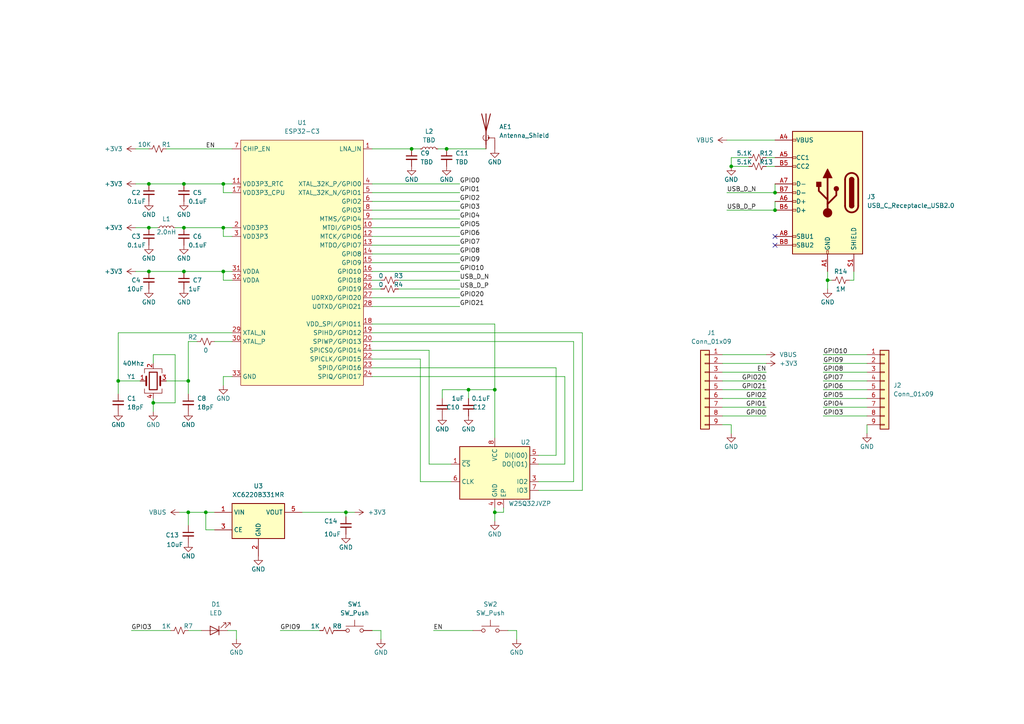
<source format=kicad_sch>
(kicad_sch (version 20231120) (generator "eeschema") (generator_version "8.0")
  (paper "A4")
  (lib_symbols
    (symbol "Connector:USB_C_Receptacle_USB2.0" (pin_names (offset 1.016))
      (property "Reference" "J" (at -10.16 19.05 0))
      (property "Value" "USB_C_Receptacle_USB2.0" (at 19.05 19.05 0))
      (symbol "USB_C_Receptacle_USB2.0_0_0"
        (rectangle (start -0.254 -17.78) (end 0.254 -16.764))
        (rectangle (start 10.16 -14.986) (end 9.144 -15.494))
        (rectangle (start 10.16 -12.446) (end 9.144 -12.954))
        (rectangle (start 10.16 -4.826) (end 9.144 -5.334))
        (rectangle (start 10.16 -2.286) (end 9.144 -2.794))
        (rectangle (start 10.16 0.254) (end 9.144 -0.254))
        (rectangle (start 10.16 2.794) (end 9.144 2.286))
        (rectangle (start 10.16 7.874) (end 9.144 7.366))
        (rectangle (start 10.16 10.414) (end 9.144 9.906))
        (rectangle (start 10.16 15.494) (end 9.144 14.986))
      )
      (symbol "USB_C_Receptacle_USB2.0_0_1"
        (rectangle (start -10.16 17.78) (end 10.16 -17.78) (stroke (width 0.254)) (fill (type background)))
        (arc (start -8.89 -3.81) (mid -6.985 -5.7066) (end -5.08 -3.81) (stroke (width 0.508)))
        (arc (start -7.62 -3.81) (mid -6.985 -4.4422) (end -6.35 -3.81) (stroke (width 0.254)))
        (arc (start -7.62 -3.81) (mid -6.985 -4.4422) (end -6.35 -3.81) (stroke (width 0.254)) (fill (type outline)))
        (rectangle (start -7.62 -3.81) (end -6.35 3.81) (stroke (width 0.254)) (fill (type outline)))
        (arc (start -6.35 3.81) (mid -6.985 4.4422) (end -7.62 3.81) (stroke (width 0.254)))
        (arc (start -6.35 3.81) (mid -6.985 4.4422) (end -7.62 3.81) (stroke (width 0.254)) (fill (type outline)))
        (arc (start -5.08 3.81) (mid -6.985 5.7066) (end -8.89 3.81) (stroke (width 0.508)))
        (circle (center -2.54 1.143) (radius 0.635) (stroke (width 0.254)) (fill (type outline)))
        (circle (center 0 -5.842) (radius 1.27) (fill (type outline)))
        (polyline (pts (xy -8.89 -3.81) (xy -8.89 3.81)) (stroke (width 0.508)))
        (polyline (pts (xy -5.08 3.81) (xy -5.08 -3.81)) (stroke (width 0.508)))
        (polyline (pts (xy 0 -5.842) (xy 0 4.318)) (stroke (width 0.508)))
        (polyline (pts (xy 0 -3.302) (xy -2.54 -0.762) (xy -2.54 0.508)) (stroke (width 0.508)))
        (polyline (pts (xy 0 -2.032) (xy 2.54 0.508) (xy 2.54 1.778)) (stroke (width 0.508)))
        (polyline (pts (xy -1.27 4.318) (xy 0 6.858) (xy 1.27 4.318) (xy -1.27 4.318)) (stroke (width 0.254)) (fill (type outline)))
        (rectangle (start 1.905 1.778) (end 3.175 3.048) (stroke (width 0.254)) (fill (type outline)))
      )
      (symbol "USB_C_Receptacle_USB2.0_1_1"
        (pin power_in line (at 0 -22.86 90) (length 5.08) (name "GND") (number "A1"))
        (pin passive line (at 0 -22.86 90) (length 5.08) hide (name "GND") (number "A12"))
        (pin power_in line (at 15.24 15.24 180) (length 5.08) (name "VBUS") (number "A4"))
        (pin bidirectional line (at 15.24 10.16 180) (length 5.08) (name "CC1") (number "A5"))
        (pin bidirectional line (at 15.24 -2.54 180) (length 5.08) (name "D+") (number "A6"))
        (pin bidirectional line (at 15.24 2.54 180) (length 5.08) (name "D-") (number "A7"))
        (pin bidirectional line (at 15.24 -12.7 180) (length 5.08) (name "SBU1") (number "A8"))
        (pin passive line (at 15.24 15.24 180) (length 5.08) hide (name "VBUS") (number "A9"))
        (pin passive line (at 0 -22.86 90) (length 5.08) hide (name "GND") (number "B1"))
        (pin passive line (at 0 -22.86 90) (length 5.08) hide (name "GND") (number "B12"))
        (pin passive line (at 15.24 15.24 180) (length 5.08) hide (name "VBUS") (number "B4"))
        (pin bidirectional line (at 15.24 7.62 180) (length 5.08) (name "CC2") (number "B5"))
        (pin bidirectional line (at 15.24 -5.08 180) (length 5.08) (name "D+") (number "B6"))
        (pin bidirectional line (at 15.24 0 180) (length 5.08) (name "D-") (number "B7"))
        (pin bidirectional line (at 15.24 -15.24 180) (length 5.08) (name "SBU2") (number "B8"))
        (pin passive line (at 15.24 15.24 180) (length 5.08) hide (name "VBUS") (number "B9"))
        (pin passive line (at -7.62 -22.86 90) (length 5.08) (name "SHIELD") (number "S1"))
      )
    )
    (symbol "Connector_Generic:Conn_01x09" (pin_names (offset 1.016) hide)
      (property "Reference" "J" (at 0 12.7 0))
      (property "Value" "Conn_01x09" (at 0 -12.7 0))
      (symbol "Conn_01x09_1_1"
        (rectangle (start -1.27 -10.033) (end 0 -10.287) (stroke (width 0.1524)))
        (rectangle (start -1.27 -7.493) (end 0 -7.747) (stroke (width 0.1524)))
        (rectangle (start -1.27 -4.953) (end 0 -5.207) (stroke (width 0.1524)))
        (rectangle (start -1.27 -2.413) (end 0 -2.667) (stroke (width 0.1524)))
        (rectangle (start -1.27 0.127) (end 0 -0.127) (stroke (width 0.1524)))
        (rectangle (start -1.27 2.667) (end 0 2.413) (stroke (width 0.1524)))
        (rectangle (start -1.27 5.207) (end 0 4.953) (stroke (width 0.1524)))
        (rectangle (start -1.27 7.747) (end 0 7.493) (stroke (width 0.1524)))
        (rectangle (start -1.27 10.287) (end 0 10.033) (stroke (width 0.1524)))
        (rectangle (start -1.27 11.43) (end 1.27 -11.43) (stroke (width 0.254)) (fill (type background)))
        (pin passive line (at -5.08 10.16 0) (length 3.81) (name "Pin_1") (number "1"))
        (pin passive line (at -5.08 7.62 0) (length 3.81) (name "Pin_2") (number "2"))
        (pin passive line (at -5.08 5.08 0) (length 3.81) (name "Pin_3") (number "3"))
        (pin passive line (at -5.08 2.54 0) (length 3.81) (name "Pin_4") (number "4"))
        (pin passive line (at -5.08 0 0) (length 3.81) (name "Pin_5") (number "5"))
        (pin passive line (at -5.08 -2.54 0) (length 3.81) (name "Pin_6") (number "6"))
        (pin passive line (at -5.08 -5.08 0) (length 3.81) (name "Pin_7") (number "7"))
        (pin passive line (at -5.08 -7.62 0) (length 3.81) (name "Pin_8") (number "8"))
        (pin passive line (at -5.08 -10.16 0) (length 3.81) (name "Pin_9") (number "9"))
      )
    )
    (symbol "Device:Antenna_Shield" (pin_numbers hide) (pin_names (offset 1.016) hide)
      (property "Reference" "AE" (at -1.905 4.445 0))
      (property "Value" "Antenna_Shield" (at -1.905 2.54 0))
      (symbol "Antenna_Shield_0_1"
        (arc (start -0.508 -1.143) (mid -0.8429 -2.1194) (end 0 -2.667))
        (arc (start 0 -2.667) (mid 0.7989 -2.1052) (end 0.508 -1.143))
        (polyline (pts (xy 0 -2.54) (xy 0 0)))
        (polyline (pts (xy 0 5.08) (xy 0 -3.81)) (stroke (width 0.254)))
        (polyline (pts (xy 0.762 -1.905) (xy 2.54 -1.905)))
        (polyline (pts (xy 2.54 -2.54) (xy 2.54 -1.905)))
        (polyline (pts (xy 1.27 5.08) (xy 0 0) (xy -1.27 5.08)) (stroke (width 0.254)))
        (circle (center 0.762 -1.905) (radius 0.1778) (fill (type outline)))
      )
      (symbol "Antenna_Shield_1_1"
        (pin input line (at 0 -5.08 90) (length 2.54) (name "A") (number "1"))
        (pin input line (at 2.54 -5.08 90) (length 2.54) (name "Shield") (number "2"))
      )
    )
    (symbol "Device:C_Small" (pin_numbers hide) (pin_names (offset 0.254) hide)
      (property "Reference" "C" (at 0.254 1.778 0))
      (property "Value" "C_Small" (at 0.254 -2.032 0))
      (symbol "C_Small_0_1"
        (polyline (pts (xy -1.524 -0.508) (xy 1.524 -0.508)) (stroke (width 0.3302)))
        (polyline (pts (xy -1.524 0.508) (xy 1.524 0.508)) (stroke (width 0.3048)))
      )
      (symbol "C_Small_1_1"
        (pin passive line (at 0 2.54 270) (length 2.032) (name "~") (number "1"))
        (pin passive line (at 0 -2.54 90) (length 2.032) (name "~") (number "2"))
      )
    )
    (symbol "Device:Crystal_GND24" (pin_names (offset 1.016) hide)
      (property "Reference" "Y" (at 3.175 5.08 0))
      (property "Value" "Crystal_GND24" (at 3.175 3.175 0))
      (symbol "Crystal_GND24_0_1"
        (rectangle (start -1.143 2.54) (end 1.143 -2.54) (stroke (width 0.3048)))
        (polyline (pts (xy -2.54 0) (xy -2.032 0)))
        (polyline (pts (xy -2.032 -1.27) (xy -2.032 1.27)) (stroke (width 0.508)))
        (polyline (pts (xy 0 -3.81) (xy 0 -3.556)))
        (polyline (pts (xy 0 3.556) (xy 0 3.81)))
        (polyline (pts (xy 2.032 -1.27) (xy 2.032 1.27)) (stroke (width 0.508)))
        (polyline (pts (xy 2.032 0) (xy 2.54 0)))
        (polyline (pts (xy -2.54 -2.286) (xy -2.54 -3.556) (xy 2.54 -3.556) (xy 2.54 -2.286)))
        (polyline (pts (xy -2.54 2.286) (xy -2.54 3.556) (xy 2.54 3.556) (xy 2.54 2.286)))
      )
      (symbol "Crystal_GND24_1_1"
        (pin passive line (at -3.81 0 0) (length 1.27) (name "1") (number "1"))
        (pin passive line (at 0 5.08 270) (length 1.27) (name "2") (number "2"))
        (pin passive line (at 3.81 0 180) (length 1.27) (name "3") (number "3"))
        (pin passive line (at 0 -5.08 90) (length 1.27) (name "4") (number "4"))
      )
    )
    (symbol "Device:LED" (pin_numbers hide) (pin_names (offset 1.016) hide)
      (property "Reference" "D" (at 0 2.54 0))
      (property "Value" "LED" (at 0 -2.54 0))
      (symbol "LED_0_1"
        (polyline (pts (xy -1.27 -1.27) (xy -1.27 1.27)) (stroke (width 0.2032)))
        (polyline (pts (xy -1.27 0) (xy 1.27 0)))
        (polyline (pts (xy 1.27 -1.27) (xy 1.27 1.27) (xy -1.27 0) (xy 1.27 -1.27)) (stroke (width 0.2032)))
        (polyline (pts (xy -3.048 -0.762) (xy -4.572 -2.286) (xy -3.81 -2.286) (xy -4.572 -2.286) (xy -4.572 -1.524)))
        (polyline (pts (xy -1.778 -0.762) (xy -3.302 -2.286) (xy -2.54 -2.286) (xy -3.302 -2.286) (xy -3.302 -1.524)))
      )
      (symbol "LED_1_1"
        (pin passive line (at -3.81 0 0) (length 2.54) (name "K") (number "1"))
        (pin passive line (at 3.81 0 180) (length 2.54) (name "A") (number "2"))
      )
    )
    (symbol "Device:L_Small" (pin_numbers hide) (pin_names (offset 0.254) hide)
      (property "Reference" "L" (at 0.762 1.016 0))
      (property "Value" "L_Small" (at 0.762 -1.016 0))
      (symbol "L_Small_0_1"
        (arc (start 0 -2.032) (mid 0.5058 -1.524) (end 0 -1.016))
        (arc (start 0 -1.016) (mid 0.5058 -0.508) (end 0 0))
        (arc (start 0 0) (mid 0.5058 0.508) (end 0 1.016))
        (arc (start 0 1.016) (mid 0.5058 1.524) (end 0 2.032))
      )
      (symbol "L_Small_1_1"
        (pin passive line (at 0 2.54 270) (length 0.508) (name "~") (number "1"))
        (pin passive line (at 0 -2.54 90) (length 0.508) (name "~") (number "2"))
      )
    )
    (symbol "Device:R_Small_US" (pin_numbers hide) (pin_names (offset 0.254) hide)
      (property "Reference" "R" (at 0.762 0.508 0))
      (property "Value" "R_Small_US" (at 0.762 -1.016 0))
      (symbol "R_Small_US_1_1"
        (polyline (pts (xy 0 0) (xy 1.016 -0.381) (xy 0 -0.762) (xy -1.016 -1.143) (xy 0 -1.524)))
        (polyline (pts (xy 0 1.524) (xy 1.016 1.143) (xy 0 0.762) (xy -1.016 0.381) (xy 0 0)))
        (pin passive line (at 0 2.54 270) (length 1.016) (name "~") (number "1"))
        (pin passive line (at 0 -2.54 90) (length 1.016) (name "~") (number "2"))
      )
    )
    (symbol "Memory_Flash:W25Q32JVZP"
      (property "Reference" "U" (at -8.89 8.89 0))
      (property "Value" "W25Q32JVZP" (at 7.62 8.89 0))
      (symbol "W25Q32JVZP_0_1"
        (rectangle (start -10.16 7.62) (end 10.16 -7.62) (stroke (width 0.254)) (fill (type background)))
      )
      (symbol "W25Q32JVZP_1_1"
        (pin input line (at -12.7 2.54 0) (length 2.54) (name "~{CS}") (number "1"))
        (pin bidirectional line (at 12.7 2.54 180) (length 2.54) (name "DO(IO1)") (number "2"))
        (pin bidirectional line (at 12.7 -2.54 180) (length 2.54) (name "IO2") (number "3"))
        (pin power_in line (at 0 -10.16 90) (length 2.54) (name "GND") (number "4"))
        (pin bidirectional line (at 12.7 5.08 180) (length 2.54) (name "DI(IO0)") (number "5"))
        (pin input line (at -12.7 -2.54 0) (length 2.54) (name "CLK") (number "6"))
        (pin bidirectional line (at 12.7 -5.08 180) (length 2.54) (name "IO3") (number "7"))
        (pin power_in line (at 0 10.16 270) (length 2.54) (name "VCC") (number "8"))
        (pin passive line (at 2.54 -10.16 90) (length 2.54) (name "EP") (number "9"))
      )
    )
    (symbol "Regulator_Linear:XC6220B331MR"
      (property "Reference" "U" (at 0 8.89 0))
      (property "Value" "XC6220B331MR" (at 0 6.35 0))
      (symbol "XC6220B331MR_0_1"
        (rectangle (start -7.62 5.08) (end 7.62 -5.08) (stroke (width 0.254)) (fill (type background)))
      )
      (symbol "XC6220B331MR_1_1"
        (pin power_in line (at -12.7 2.54 0) (length 5.08) (name "VIN") (number "1"))
        (pin power_in line (at 0 -10.16 90) (length 5.08) (name "GND") (number "2"))
        (pin input line (at -12.7 -2.54 0) (length 5.08) (name "CE") (number "3"))
        (pin no_connect line (at 7.62 -2.54 180) (length 5.08) hide (name "NC") (number "4"))
        (pin power_out line (at 12.7 2.54 180) (length 5.08) (name "VOUT") (number "5"))
      )
    )
    (symbol "Switch:SW_Push" (pin_numbers hide) (pin_names (offset 1.016) hide)
      (property "Reference" "SW" (at 1.27 2.54 0))
      (property "Value" "SW_Push" (at 0 -1.524 0))
      (symbol "SW_Push_0_1"
        (circle (center -2.032 0) (radius 0.508))
        (polyline (pts (xy 0 1.27) (xy 0 3.048)))
        (polyline (pts (xy 2.54 1.27) (xy -2.54 1.27)))
        (circle (center 2.032 0) (radius 0.508))
        (pin passive line (at -5.08 0 0) (length 2.54) (name "1") (number "1"))
        (pin passive line (at 5.08 0 180) (length 2.54) (name "2") (number "2"))
      )
    )
    (symbol "lofive-unchained:ESP32-C3"
      (property "Reference" "U" (at 0 38.1 0))
      (property "Value" "ESP32-C3" (at 0 -38.1 0))
      (symbol "ESP32-C3_0_1"
        (rectangle (start -17.78 35.56) (end 17.78 -35.56) (stroke (width 0.1524)) (fill (type background)))
      )
      (symbol "ESP32-C3_1_1"
        (pin passive line (at 20.32 33.02 180) (length 2.54) (name "LNA_IN") (number "1"))
        (pin passive line (at 20.32 10.16 180) (length 2.54) (name "MTDI/GPIO5") (number "10"))
        (pin passive line (at -20.32 22.86 0) (length 2.54) (name "VDD3P3_RTC") (number "11"))
        (pin passive line (at 20.32 7.62 180) (length 2.54) (name "MTCK/GPIO6") (number "12"))
        (pin passive line (at 20.32 5.08 180) (length 2.54) (name "MTDO/GPIO7") (number "13"))
        (pin passive line (at 20.32 2.54 180) (length 2.54) (name "GPIO8") (number "14"))
        (pin passive line (at 20.32 0 180) (length 2.54) (name "GPIO9") (number "15"))
        (pin passive line (at 20.32 -2.54 180) (length 2.54) (name "GPIO10") (number "16"))
        (pin passive line (at -20.32 20.32 0) (length 2.54) (name "VDD3P3_CPU") (number "17"))
        (pin passive line (at 20.32 -17.78 180) (length 2.54) (name "VDD_SPI/GPIO11") (number "18"))
        (pin passive line (at 20.32 -20.32 180) (length 2.54) (name "SPIHD/GPIO12") (number "19"))
        (pin power_in line (at -20.32 10.16 0) (length 2.54) (name "VDD3P3") (number "2"))
        (pin passive line (at 20.32 -22.86 180) (length 2.54) (name "SPIWP/GPIO13") (number "20"))
        (pin passive line (at 20.32 -25.4 180) (length 2.54) (name "SPICS0/GPIO14") (number "21"))
        (pin passive line (at 20.32 -27.94 180) (length 2.54) (name "SPICLK/GPIO15") (number "22"))
        (pin passive line (at 20.32 -30.48 180) (length 2.54) (name "SPID/GPIO16") (number "23"))
        (pin passive line (at 20.32 -33.02 180) (length 2.54) (name "SPIQ/GPIO17") (number "24"))
        (pin passive line (at 20.32 -5.08 180) (length 2.54) (name "GPIO18") (number "25"))
        (pin passive line (at 20.32 -7.62 180) (length 2.54) (name "GPIO19") (number "26"))
        (pin passive line (at 20.32 -10.16 180) (length 2.54) (name "U0RXD/GPIO20") (number "27"))
        (pin passive line (at 20.32 -12.7 180) (length 2.54) (name "U0TXD/GPIO21") (number "28"))
        (pin passive line (at -20.32 -20.32 0) (length 2.54) (name "XTAL_N") (number "29"))
        (pin power_in line (at -20.32 7.62 0) (length 2.54) (name "VDD3P3") (number "3"))
        (pin passive line (at -20.32 -22.86 0) (length 2.54) (name "XTAL_P") (number "30"))
        (pin passive line (at -20.32 -2.54 0) (length 2.54) (name "VDDA") (number "31"))
        (pin passive line (at -20.32 -5.08 0) (length 2.54) (name "VDDA") (number "32"))
        (pin passive line (at -20.32 -33.02 0) (length 2.54) (name "GND") (number "33"))
        (pin passive line (at 20.32 22.86 180) (length 2.54) (name "XTAL_32K_P/GPIO0") (number "4"))
        (pin passive line (at 20.32 20.32 180) (length 2.54) (name "XTAL_32K_N/GPIO1") (number "5"))
        (pin passive line (at 20.32 17.78 180) (length 2.54) (name "GPIO2") (number "6"))
        (pin passive line (at -20.32 33.02 0) (length 2.54) (name "CHIP_EN") (number "7"))
        (pin passive line (at 20.32 15.24 180) (length 2.54) (name "GPIO3") (number "8"))
        (pin passive line (at 20.32 12.7 180) (length 2.54) (name "MTMS/GPIO4") (number "9"))
      )
    )
    (symbol "power:+3.3V" (power) (pin_names (offset 0))
      (property "Value" "+3.3V" (at 0 3.556 0))
      (symbol "+3.3V_0_1"
        (polyline (pts (xy -0.762 1.27) (xy 0 2.54)))
        (polyline (pts (xy 0 0) (xy 0 2.54)))
        (polyline (pts (xy 0 2.54) (xy 0.762 1.27)))
      )
      (symbol "+3.3V_1_1"
        (pin power_in line (at 0 0 90) (length 0) hide (name "+3V3") (number "1"))
      )
    )
    (symbol "power:GND" (power) (pin_names (offset 0))
      (property "Value" "GND" (at 0 -3.81 0))
      (symbol "GND_0_1"
        (polyline (pts (xy 0 0) (xy 0 -1.27) (xy 1.27 -1.27) (xy 0 -2.54) (xy -1.27 -1.27) (xy 0 -1.27)))
      )
      (symbol "GND_1_1"
        (pin power_in line (at 0 0 270) (length 0) hide (name "GND") (number "1"))
      )
    )
    (symbol "power:VBUS" (power) (pin_names (offset 0))
      (property "Value" "VBUS" (at 0 3.81 0))
      (symbol "VBUS_0_1"
        (polyline (pts (xy -0.762 1.27) (xy 0 2.54)))
        (polyline (pts (xy 0 0) (xy 0 2.54)))
        (polyline (pts (xy 0 2.54) (xy 0.762 1.27)))
      )
      (symbol "VBUS_1_1"
        (pin power_in line (at 0 0 90) (length 0) hide (name "VBUS") (number "1"))
      )
    )
  )
  (junction (at 43.18 53.34))
  (junction (at 64.77 66.04))
  (junction (at 119.38 43.18))
  (junction (at 43.18 66.04))
  (junction (at 224.79 60.96))
  (junction (at 59.69 148.59))
  (junction (at 54.61 110.49))
  (junction (at 64.77 78.74))
  (junction (at 143.51 113.03))
  (junction (at 64.77 53.34))
  (junction (at 54.61 148.59))
  (junction (at 100.33 148.59))
  (junction (at 43.18 78.74))
  (junction (at 53.34 53.34))
  (junction (at 44.45 116.84))
  (junction (at 129.54 43.18))
  (junction (at 34.29 110.49))
  (junction (at 240.03 81.28))
  (junction (at 224.79 55.88))
  (junction (at 53.34 66.04))
  (junction (at 212.09 48.26))
  (junction (at 143.51 148.59))
  (junction (at 135.89 113.03))
  (junction (at 53.34 78.74))
  (no_connect (at 224.79 68.58))
  (no_connect (at 224.79 71.12))
  (wire (pts (xy 43.18 53.34) (xy 53.34 53.34)))
  (wire (pts (xy 210.82 55.88) (xy 224.79 55.88)))
  (wire (pts (xy 34.29 110.49) (xy 40.64 110.49)))
  (wire (pts (xy 59.69 153.67) (xy 62.23 153.67)))
  (wire (pts (xy 127 43.18) (xy 129.54 43.18)))
  (wire (pts (xy 133.35 55.88) (xy 107.95 55.88)))
  (wire (pts (xy 133.35 73.66) (xy 107.95 73.66)))
  (wire (pts (xy 212.09 48.26) (xy 212.09 45.72)))
  (wire (pts (xy 217.17 48.26) (xy 212.09 48.26)))
  (wire (pts (xy 224.79 58.42) (xy 224.79 60.96)))
  (wire (pts (xy 66.04 182.88) (xy 68.58 182.88)))
  (wire (pts (xy 68.58 182.88) (xy 68.58 185.42)))
  (wire (pts (xy 52.07 148.59) (xy 54.61 148.59)))
  (wire (pts (xy 54.61 148.59) (xy 59.69 148.59)))
  (wire (pts (xy 59.69 148.59) (xy 62.23 148.59)))
  (wire (pts (xy 129.54 43.18) (xy 140.97 43.18)))
  (wire (pts (xy 166.37 99.06) (xy 166.37 139.7)))
  (wire (pts (xy 133.35 63.5) (xy 107.95 63.5)))
  (wire (pts (xy 222.25 115.57) (xy 209.55 115.57)))
  (wire (pts (xy 224.79 53.34) (xy 224.79 55.88)))
  (wire (pts (xy 238.76 105.41) (xy 251.46 105.41)))
  (wire (pts (xy 67.31 81.28) (xy 64.77 81.28)))
  (wire (pts (xy 48.26 43.18) (xy 67.31 43.18)))
  (wire (pts (xy 81.28 182.88) (xy 92.71 182.88)))
  (wire (pts (xy 133.35 53.34) (xy 107.95 53.34)))
  (wire (pts (xy 121.92 104.14) (xy 121.92 139.7)))
  (wire (pts (xy 121.92 139.7) (xy 130.81 139.7)))
  (wire (pts (xy 107.95 43.18) (xy 119.38 43.18)))
  (wire (pts (xy 168.91 142.24) (xy 156.21 142.24)))
  (wire (pts (xy 133.35 58.42) (xy 107.95 58.42)))
  (wire (pts (xy 48.26 110.49) (xy 54.61 110.49)))
  (wire (pts (xy 54.61 99.06) (xy 54.61 110.49)))
  (wire (pts (xy 53.34 53.34) (xy 64.77 53.34)))
  (wire (pts (xy 64.77 53.34) (xy 67.31 53.34)))
  (wire (pts (xy 64.77 55.88) (xy 64.77 53.34)))
  (wire (pts (xy 67.31 55.88) (xy 64.77 55.88)))
  (wire (pts (xy 125.73 182.88) (xy 137.16 182.88)))
  (wire (pts (xy 43.18 78.74) (xy 53.34 78.74)))
  (wire (pts (xy 107.95 93.98) (xy 143.51 93.98)))
  (wire (pts (xy 64.77 109.22) (xy 64.77 111.76)))
  (wire (pts (xy 67.31 109.22) (xy 64.77 109.22)))
  (wire (pts (xy 107.95 99.06) (xy 166.37 99.06)))
  (wire (pts (xy 212.09 123.19) (xy 212.09 125.73)))
  (wire (pts (xy 110.49 81.28) (xy 107.95 81.28)))
  (wire (pts (xy 133.35 81.28) (xy 115.57 81.28)))
  (wire (pts (xy 107.95 109.22) (xy 163.83 109.22)))
  (wire (pts (xy 163.83 134.62) (xy 156.21 134.62)))
  (wire (pts (xy 210.82 60.96) (xy 224.79 60.96)))
  (wire (pts (xy 149.86 182.88) (xy 149.86 185.42)))
  (wire (pts (xy 133.35 78.74) (xy 107.95 78.74)))
  (wire (pts (xy 39.37 53.34) (xy 43.18 53.34)))
  (wire (pts (xy 64.77 81.28) (xy 64.77 78.74)))
  (wire (pts (xy 38.1 182.88) (xy 49.53 182.88)))
  (wire (pts (xy 222.25 45.72) (xy 224.79 45.72)))
  (wire (pts (xy 54.61 99.06) (xy 57.15 99.06)))
  (wire (pts (xy 62.23 99.06) (xy 67.31 99.06)))
  (wire (pts (xy 133.35 71.12) (xy 107.95 71.12)))
  (wire (pts (xy 34.29 110.49) (xy 34.29 114.3)))
  (wire (pts (xy 64.77 78.74) (xy 67.31 78.74)))
  (wire (pts (xy 163.83 109.22) (xy 163.83 134.62)))
  (wire (pts (xy 124.46 101.6) (xy 124.46 134.62)))
  (wire (pts (xy 124.46 134.62) (xy 130.81 134.62)))
  (wire (pts (xy 238.76 107.95) (xy 251.46 107.95)))
  (wire (pts (xy 107.95 96.52) (xy 168.91 96.52)))
  (wire (pts (xy 133.35 86.36) (xy 107.95 86.36)))
  (wire (pts (xy 240.03 81.28) (xy 241.3 81.28)))
  (wire (pts (xy 44.45 102.87) (xy 44.45 105.41)))
  (wire (pts (xy 238.76 110.49) (xy 251.46 110.49)))
  (wire (pts (xy 133.35 68.58) (xy 107.95 68.58)))
  (wire (pts (xy 222.25 110.49) (xy 209.55 110.49)))
  (wire (pts (xy 64.77 68.58) (xy 64.77 66.04)))
  (wire (pts (xy 34.29 96.52) (xy 34.29 110.49)))
  (wire (pts (xy 67.31 96.52) (xy 34.29 96.52)))
  (wire (pts (xy 100.33 148.59) (xy 102.87 148.59)))
  (wire (pts (xy 39.37 66.04) (xy 43.18 66.04)))
  (wire (pts (xy 39.37 78.74) (xy 43.18 78.74)))
  (wire (pts (xy 54.61 110.49) (xy 54.61 114.3)))
  (wire (pts (xy 43.18 66.04) (xy 45.72 66.04)))
  (wire (pts (xy 50.8 66.04) (xy 53.34 66.04)))
  (wire (pts (xy 209.55 123.19) (xy 212.09 123.19)))
  (wire (pts (xy 110.49 83.82) (xy 107.95 83.82)))
  (wire (pts (xy 133.35 83.82) (xy 115.57 83.82)))
  (wire (pts (xy 222.25 48.26) (xy 224.79 48.26)))
  (wire (pts (xy 107.95 182.88) (xy 110.49 182.88)))
  (wire (pts (xy 143.51 147.32) (xy 143.51 148.59)))
  (wire (pts (xy 143.51 148.59) (xy 143.51 151.13)))
  (wire (pts (xy 222.25 113.03) (xy 209.55 113.03)))
  (wire (pts (xy 251.46 120.65) (xy 238.76 120.65)))
  (wire (pts (xy 251.46 123.19) (xy 251.46 125.73)))
  (wire (pts (xy 133.35 88.9) (xy 107.95 88.9)))
  (wire (pts (xy 156.21 139.7) (xy 166.37 139.7)))
  (wire (pts (xy 143.51 93.98) (xy 143.51 113.03)))
  (wire (pts (xy 143.51 113.03) (xy 143.51 127)))
  (wire (pts (xy 133.35 60.96) (xy 107.95 60.96)))
  (wire (pts (xy 238.76 102.87) (xy 251.46 102.87)))
  (wire (pts (xy 238.76 115.57) (xy 251.46 115.57)))
  (wire (pts (xy 222.25 105.41) (xy 209.55 105.41)))
  (wire (pts (xy 222.25 118.11) (xy 209.55 118.11)))
  (wire (pts (xy 107.95 101.6) (xy 124.46 101.6)))
  (wire (pts (xy 64.77 66.04) (xy 67.31 66.04)))
  (wire (pts (xy 143.51 148.59) (xy 146.05 148.59)))
  (wire (pts (xy 146.05 148.59) (xy 146.05 147.32)))
  (wire (pts (xy 246.38 81.28) (xy 247.65 81.28)))
  (wire (pts (xy 247.65 81.28) (xy 247.65 78.74)))
  (wire (pts (xy 238.76 113.03) (xy 251.46 113.03)))
  (wire (pts (xy 119.38 43.18) (xy 121.92 43.18)))
  (wire (pts (xy 135.89 113.03) (xy 135.89 115.57)))
  (wire (pts (xy 53.34 78.74) (xy 64.77 78.74)))
  (wire (pts (xy 133.35 76.2) (xy 107.95 76.2)))
  (wire (pts (xy 39.37 43.18) (xy 43.18 43.18)))
  (wire (pts (xy 222.25 102.87) (xy 209.55 102.87)))
  (wire (pts (xy 67.31 68.58) (xy 64.77 68.58)))
  (wire (pts (xy 238.76 118.11) (xy 251.46 118.11)))
  (wire (pts (xy 240.03 78.74) (xy 240.03 81.28)))
  (wire (pts (xy 240.03 81.28) (xy 240.03 83.82)))
  (wire (pts (xy 107.95 106.68) (xy 161.29 106.68)))
  (wire (pts (xy 156.21 132.08) (xy 161.29 132.08)))
  (wire (pts (xy 161.29 132.08) (xy 161.29 106.68)))
  (wire (pts (xy 53.34 66.04) (xy 64.77 66.04)))
  (wire (pts (xy 110.49 182.88) (xy 110.49 185.42)))
  (wire (pts (xy 133.35 66.04) (xy 107.95 66.04)))
  (wire (pts (xy 107.95 104.14) (xy 121.92 104.14)))
  (wire (pts (xy 87.63 148.59) (xy 100.33 148.59)))
  (wire (pts (xy 100.33 149.86) (xy 100.33 148.59)))
  (wire (pts (xy 44.45 116.84) (xy 44.45 115.57)))
  (wire (pts (xy 44.45 119.38) (xy 44.45 116.84)))
  (wire (pts (xy 147.32 182.88) (xy 149.86 182.88)))
  (wire (pts (xy 54.61 182.88) (xy 58.42 182.88)))
  (wire (pts (xy 212.09 45.72) (xy 217.17 45.72)))
  (wire (pts (xy 44.45 102.87) (xy 50.8 102.87)))
  (wire (pts (xy 50.8 102.87) (xy 50.8 116.84)))
  (wire (pts (xy 50.8 116.84) (xy 44.45 116.84)))
  (wire (pts (xy 128.27 113.03) (xy 135.89 113.03)))
  (wire (pts (xy 128.27 115.57) (xy 128.27 113.03)))
  (wire (pts (xy 135.89 113.03) (xy 143.51 113.03)))
  (wire (pts (xy 59.69 148.59) (xy 59.69 153.67)))
  (wire (pts (xy 210.82 40.64) (xy 224.79 40.64)))
  (wire (pts (xy 168.91 96.52) (xy 168.91 142.24)))
  (wire (pts (xy 222.25 107.95) (xy 209.55 107.95)))
  (wire (pts (xy 54.61 148.59) (xy 54.61 152.4)))
  (wire (pts (xy 222.25 120.65) (xy 209.55 120.65)))
  (label "GPIO8" (at 238.76 107.95 0))
  (label "GPIO3" (at 38.1 182.88 0))
  (label "GPIO8" (at 133.35 73.66 0))
  (label "GPIO2" (at 133.35 58.42 0))
  (label "GPIO3" (at 133.35 60.96 0))
  (label "GPIO10" (at 238.76 102.87 0))
  (label "EN" (at 125.73 182.88 0))
  (label "GPIO1" (at 222.25 118.11 180))
  (label "GPIO1" (at 133.35 55.88 0))
  (label "GPIO21" (at 133.35 88.9 0))
  (label "GPIO4" (at 238.76 118.11 0))
  (label "GPIO21" (at 222.25 113.03 180))
  (label "GPIO6" (at 133.35 68.58 0))
  (label "USB_D_P" (at 210.82 60.96 0))
  (label "GPIO9" (at 133.35 76.2 0))
  (label "GPIO0" (at 222.25 120.65 180))
  (label "GPIO9" (at 81.28 182.88 0))
  (label "GPIO20" (at 222.25 110.49 180))
  (label "GPIO2" (at 222.25 115.57 180))
  (label "GPIO3" (at 238.76 120.65 0))
  (label "GPIO20" (at 133.35 86.36 0))
  (label "EN" (at 222.25 107.95 180))
  (label "GPIO9" (at 238.76 105.41 0))
  (label "GPIO4" (at 133.35 63.5 0))
  (label "GPIO5" (at 238.76 115.57 0))
  (label "GPIO6" (at 238.76 113.03 0))
  (label "USB_D_P" (at 133.35 83.82 0))
  (label "USB_D_N" (at 133.35 81.28 0))
  (label "GPIO10" (at 133.35 78.74 0))
  (label "USB_D_N" (at 210.82 55.88 0))
  (label "GPIO7" (at 238.76 110.49 0))
  (label "EN" (at 59.69 43.18 0))
  (label "GPIO7" (at 133.35 71.12 0))
  (label "GPIO5" (at 133.35 66.04 0))
  (label "GPIO0" (at 133.35 53.34 0))
  (symbol (lib_id "power:GND") (at 53.34 71.12 0) (unit 1)
    (property "Reference" "#PWR0110" (effects (hide yes)))
    (property "Value" "GND" (at 53.34 74.93 0))
  )
  (symbol (lib_id "Switch:SW_Push") (at 102.87 182.88 0) (unit 1)
    (property "Reference" "SW1" (at 102.87 175.26 0))
    (property "Value" "SW_Push" (at 102.87 177.8 0))
    (property "Footprint" "Button_Switch_SMD:SW_Push_1P1T_NO_CK_KMR2" (effects (hide yes)))
  )
  (symbol (lib_id "power:+3.3V") (at 39.37 43.18 90) (unit 1)
    (property "Reference" "#PWR0113" (effects (hide yes)))
    (property "Value" "+3V3" (at 35.56 43.1799 90) (effects (justify left)))
  )
  (symbol (lib_id "Device:C_Small") (at 100.33 152.4 0) (unit 1)
    (property "Reference" "C14" (at 93.98 151.1299 0) (effects (justify left)))
    (property "Value" "10uF" (at 93.98 154.9399 0) (effects (justify left)))
    (property "Footprint" "Capacitor_SMD:C_0603_1608Metric" (effects (hide yes)))
  )
  (symbol (lib_id "Connector_Generic:Conn_01x09") (at 204.47 113.03 0) (mirror y) (unit 1)
    (property "Reference" "J1" (at 206.3115 96.52 0))
    (property "Value" "Conn_01x09" (at 206.3115 99.06 0))
    (property "Footprint" "Connector_PinHeader_2.54mm:PinHeader_1x09_P2.54mm_Vertical" (effects (hide yes)))
  )
  (symbol (lib_id "power:GND") (at 100.33 154.94 0) (unit 1)
    (property "Reference" "#PWR05" (effects (hide yes)))
    (property "Value" "GND" (at 100.33 158.75 0))
  )
  (symbol (lib_id "power:GND") (at 119.38 48.26 0) (unit 1)
    (property "Reference" "#PWR0118" (effects (hide yes)))
    (property "Value" "GND" (at 119.38 52.07 0))
  )
  (symbol (lib_id "power:GND") (at 128.27 120.65 0) (unit 1)
    (property "Reference" "#PWR0114" (effects (hide yes)))
    (property "Value" "GND" (at 128.27 124.46 0))
  )
  (symbol (lib_id "Device:LED") (at 62.23 182.88 180) (unit 1)
    (property "Reference" "D1" (at 62.611 175.26 0))
    (property "Value" "LED" (at 62.611 177.8 0))
    (property "Footprint" "LED_SMD:LED_0603_1608Metric" (effects (hide yes)))
  )
  (symbol (lib_id "Device:R_Small_US") (at 113.03 81.28 90) (unit 1)
    (property "Reference" "R3" (at 115.57 80.01 90))
    (property "Value" "0" (at 110.49 80.01 90))
    (property "Footprint" "Resistor_SMD:R_0402_1005Metric" (effects (hide yes)))
  )
  (symbol (lib_id "power:GND") (at 110.49 185.42 0) (mirror y) (unit 1)
    (property "Reference" "#PWR0129" (effects (hide yes)))
    (property "Value" "GND" (at 110.49 189.23 0))
  )
  (symbol (lib_id "power:GND") (at 143.51 43.18 0) (unit 1)
    (property "Reference" "#PWR0127" (effects (hide yes)))
    (property "Value" "GND" (at 143.51 46.99 0))
  )
  (symbol (lib_id "Device:R_Small_US") (at 95.25 182.88 90) (unit 1)
    (property "Reference" "R8" (at 97.79 181.61 90))
    (property "Value" "1K" (at 91.44 181.61 90))
    (property "Footprint" "Resistor_SMD:R_0402_1005Metric" (effects (hide yes)))
  )
  (symbol (lib_id "power:GND") (at 212.09 48.26 0) (unit 1)
    (property "Reference" "#PWR0126" (effects (hide yes)))
    (property "Value" "GND" (at 212.09 52.07 0))
  )
  (symbol (lib_id "Device:C_Small") (at 54.61 154.94 0) (unit 1)
    (property "Reference" "C13" (at 48.006 155.194 0) (effects (justify left)))
    (property "Value" "10uF" (at 48.26 157.988 0) (effects (justify left)))
    (property "Footprint" "Capacitor_SMD:C_0603_1608Metric" (effects (hide yes)))
  )
  (symbol (lib_id "power:GND") (at 149.86 185.42 0) (mirror y) (unit 1)
    (property "Reference" "#PWR0131" (effects (hide yes)))
    (property "Value" "GND" (at 149.86 189.23 0))
  )
  (symbol (lib_id "power:GND") (at 129.54 48.26 0) (unit 1)
    (property "Reference" "#PWR0119" (effects (hide yes)))
    (property "Value" "GND" (at 129.54 52.07 0))
  )
  (symbol (lib_id "Device:C_Small") (at 53.34 55.88 0) (unit 1)
    (property "Reference" "C5" (at 55.88 55.8799 0) (effects (justify left)))
    (property "Value" "0.1uF" (at 54.61 58.4199 0) (effects (justify left)))
    (property "Footprint" "Capacitor_SMD:C_0402_1005Metric" (effects (hide yes)))
  )
  (symbol (lib_id "power:+3.3V") (at 39.37 53.34 90) (unit 1)
    (property "Reference" "#PWR0112" (effects (hide yes)))
    (property "Value" "+3V3" (at 35.56 53.3399 90) (effects (justify left)))
  )
  (symbol (lib_id "power:GND") (at 135.89 120.65 0) (unit 1)
    (property "Reference" "#PWR0116" (effects (hide yes)))
    (property "Value" "GND" (at 135.89 124.46 0))
  )
  (symbol (lib_id "Device:C_Small") (at 43.18 68.58 0) (unit 1)
    (property "Reference" "C3" (at 38.1 68.5799 0) (effects (justify left)))
    (property "Value" "0.1uF" (at 36.83 71.1199 0) (effects (justify left)))
    (property "Footprint" "Capacitor_SMD:C_0402_1005Metric" (effects (hide yes)))
  )
  (symbol (lib_id "power:GND") (at 64.77 111.76 0) (unit 1)
    (property "Reference" "#PWR0103" (effects (hide yes)))
    (property "Value" "GND" (at 64.77 115.57 0))
  )
  (symbol (lib_id "power:+3.3V") (at 102.87 148.59 270) (unit 1)
    (property "Reference" "#PWR0128" (effects (hide yes)))
    (property "Value" "+3V3" (at 106.68 148.5899 90) (effects (justify left)))
  )
  (symbol (lib_id "power:+3.3V") (at 39.37 78.74 90) (unit 1)
    (property "Reference" "#PWR0107" (effects (hide yes)))
    (property "Value" "+3V3" (at 35.56 78.7399 90) (effects (justify left)))
  )
  (symbol (lib_id "power:VBUS") (at 222.25 102.87 270) (mirror x) (unit 1)
    (property "Reference" "#PWR0120" (effects (hide yes)))
    (property "Value" "VBUS" (at 226.06 102.8699 90) (effects (justify left)))
  )
  (symbol (lib_id "Device:Antenna_Shield") (at 140.97 38.1 0) (unit 1)
    (property "Reference" "AE1" (at 144.78 36.7664 0) (effects (justify left)))
    (property "Value" "Antenna_Shield" (at 144.78 39.3064 0) (effects (justify left)))
    (property "Footprint" "RF_Antenna:Texas_SWRA117D_2.4GHz_Left" (effects (hide yes)))
  )
  (symbol (lib_id "Device:C_Small") (at 128.27 118.11 180) (unit 1)
    (property "Reference" "C10" (at 133.35 118.1101 0) (effects (justify left)))
    (property "Value" "1uF" (at 134.62 115.5701 0) (effects (justify left)))
    (property "Footprint" "Capacitor_SMD:C_0402_1005Metric" (effects (hide yes)))
  )
  (symbol (lib_id "power:GND") (at 34.29 119.38 0) (unit 1)
    (property "Reference" "#PWR0101" (effects (hide yes)))
    (property "Value" "GND" (at 34.29 123.19 0))
  )
  (symbol (lib_id "power:GND") (at 43.18 58.42 0) (unit 1)
    (property "Reference" "#PWR0108" (effects (hide yes)))
    (property "Value" "GND" (at 43.18 62.23 0))
  )
  (symbol (lib_id "power:GND") (at 251.46 125.73 0) (unit 1)
    (property "Reference" "#PWR0122" (effects (hide yes)))
    (property "Value" "GND" (at 251.46 129.54 0))
  )
  (symbol (lib_id "Switch:SW_Push") (at 142.24 182.88 0) (unit 1)
    (property "Reference" "SW2" (at 142.24 175.26 0))
    (property "Value" "SW_Push" (at 142.24 177.8 0))
    (property "Footprint" "Button_Switch_SMD:SW_Push_1P1T_NO_CK_KMR2" (effects (hide yes)))
  )
  (symbol (lib_id "power:GND") (at 74.93 161.29 0) (unit 1)
    (property "Reference" "#PWR03" (effects (hide yes)))
    (property "Value" "GND" (at 74.93 165.1 0))
  )
  (symbol (lib_id "power:VBUS") (at 52.07 148.59 90) (mirror x) (unit 1)
    (property "Reference" "#PWR01" (effects (hide yes)))
    (property "Value" "VBUS" (at 43.18 148.5899 90) (effects (justify right)))
  )
  (symbol (lib_id "power:GND") (at 54.61 119.38 0) (unit 1)
    (property "Reference" "#PWR0104" (effects (hide yes)))
    (property "Value" "GND" (at 54.61 123.19 0))
  )
  (symbol (lib_id "Device:C_Small") (at 119.38 45.72 0) (unit 1)
    (property "Reference" "C9" (at 121.92 44.4499 0) (effects (justify left)))
    (property "Value" "TBD" (at 121.92 46.9899 0) (effects (justify left)))
    (property "Footprint" "Capacitor_SMD:C_0402_1005Metric" (effects (hide yes)))
  )
  (symbol (lib_id "power:+3.3V") (at 222.25 105.41 270) (mirror x) (unit 1)
    (property "Reference" "#PWR0121" (effects (hide yes)))
    (property "Value" "+3V3" (at 226.0601 105.41 90) (effects (justify left)))
  )
  (symbol (lib_id "Device:R_Small_US") (at 52.07 182.88 90) (unit 1)
    (property "Reference" "R7" (at 54.61 181.61 90))
    (property "Value" "1K" (at 48.26 181.61 90))
    (property "Footprint" "Resistor_SMD:R_0402_1005Metric" (effects (hide yes)))
  )
  (symbol (lib_id "power:GND") (at 68.58 185.42 0) (mirror y) (unit 1)
    (property "Reference" "#PWR0130" (effects (hide yes)))
    (property "Value" "GND" (at 68.58 189.23 0))
  )
  (symbol (lib_id "Device:C_Small") (at 34.29 116.84 0) (unit 1)
    (property "Reference" "C1" (at 36.83 115.5699 0) (effects (justify left)))
    (property "Value" "18pF" (at 36.83 118.1099 0) (effects (justify left)))
    (property "Footprint" "Capacitor_SMD:C_0402_1005Metric" (effects (hide yes)))
  )
  (symbol (lib_id "Connector_Generic:Conn_01x09") (at 256.54 113.03 0) (unit 1)
    (property "Reference" "J2" (at 259.08 111.7599 0) (effects (justify left)))
    (property "Value" "Conn_01x09" (at 259.08 114.2999 0) (effects (justify left)))
    (property "Footprint" "Connector_PinHeader_2.54mm:PinHeader_1x09_P2.54mm_Vertical" (effects (hide yes)))
  )
  (symbol (lib_id "Device:C_Small") (at 129.54 45.72 0) (unit 1)
    (property "Reference" "C11" (at 132.08 44.4499 0) (effects (justify left)))
    (property "Value" "TBD" (at 132.08 46.9899 0) (effects (justify left)))
    (property "Footprint" "Capacitor_SMD:C_0402_1005Metric" (effects (hide yes)))
  )
  (symbol (lib_id "Device:L_Small") (at 124.46 43.18 90) (unit 1)
    (property "Reference" "L2" (at 124.46 38.1 90))
    (property "Value" "TBD" (at 124.46 40.64 90))
    (property "Footprint" "Inductor_SMD:L_0402_1005Metric" (effects (hide yes)))
  )
  (symbol (lib_id "Device:C_Small") (at 43.18 81.28 0) (unit 1)
    (property "Reference" "C4" (at 38.1 81.2799 0) (effects (justify left)))
    (property "Value" "10uF" (at 36.83 83.8199 0) (effects (justify left)))
    (property "Footprint" "Capacitor_SMD:C_0603_1608Metric" (effects (hide yes)))
  )
  (symbol (lib_id "Device:R_Small_US") (at 59.69 99.06 90) (unit 1)
    (property "Reference" "R2" (at 55.88 97.79 90))
    (property "Value" "0" (at 59.69 101.6 90))
    (property "Footprint" "Resistor_SMD:R_0402_1005Metric" (effects (hide yes)))
  )
  (symbol (lib_id "power:GND") (at 43.18 71.12 0) (unit 1)
    (property "Reference" "#PWR0111" (effects (hide yes)))
    (property "Value" "GND" (at 43.18 74.93 0))
  )
  (symbol (lib_id "power:GND") (at 143.51 151.13 0) (unit 1)
    (property "Reference" "#PWR0115" (effects (hide yes)))
    (property "Value" "GND" (at 143.51 154.94 0))
  )
  (symbol (lib_id "Device:R_Small_US") (at 243.84 81.28 90) (unit 1)
    (property "Reference" "R14" (at 243.84 78.74 90))
    (property "Value" "1M" (at 243.84 83.82 90))
    (property "Footprint" "Resistor_SMD:R_0402_1005Metric" (effects (hide yes)))
  )
  (symbol (lib_id "power:GND") (at 53.34 83.82 0) (unit 1)
    (property "Reference" "#PWR0106" (effects (hide yes)))
    (property "Value" "GND" (at 53.34 87.63 0))
  )
  (symbol (lib_id "Connector:USB_C_Receptacle_USB2.0") (at 240.03 55.88 0) (mirror y) (unit 1)
    (property "Reference" "J3" (at 251.46 57.0864 0) (effects (justify right)))
    (property "Value" "USB_C_Receptacle_USB2.0" (at 251.46 59.6264 0) (effects (justify right)))
    (property "Footprint" "Connector_USB:USB_C_Receptacle_HRO_TYPE-C-31-M-12" (effects (hide yes)))
    (property "Datasheet" "https://www.usb.org/sites/default/files/documents/usb_type-c.zip" (effects (hide yes)))
  )
  (symbol (lib_id "Device:C_Small") (at 53.34 81.28 0) (unit 1)
    (property "Reference" "C7" (at 55.88 81.2799 0) (effects (justify left)))
    (property "Value" "1uF" (at 54.61 83.8199 0) (effects (justify left)))
    (property "Footprint" "Capacitor_SMD:C_0402_1005Metric" (effects (hide yes)))
  )
  (symbol (lib_id "Device:C_Small") (at 53.34 68.58 0) (unit 1)
    (property "Reference" "C6" (at 55.88 68.5799 0) (effects (justify left)))
    (property "Value" "0.1uF" (at 54.61 71.1199 0) (effects (justify left)))
    (property "Footprint" "Capacitor_SMD:C_0402_1005Metric" (effects (hide yes)))
  )
  (symbol (lib_id "Device:C_Small") (at 54.61 116.84 0) (unit 1)
    (property "Reference" "C8" (at 57.15 115.5699 0) (effects (justify left)))
    (property "Value" "18pF" (at 57.15 118.1099 0) (effects (justify left)))
    (property "Footprint" "Capacitor_SMD:C_0402_1005Metric" (effects (hide yes)))
  )
  (symbol (lib_id "power:GND") (at 54.61 157.48 0) (unit 1)
    (property "Reference" "#PWR02" (effects (hide yes)))
    (property "Value" "GND" (at 54.61 161.29 0))
  )
  (symbol (lib_id "Device:C_Small") (at 43.18 55.88 0) (unit 1)
    (property "Reference" "C2" (at 38.1 55.8799 0) (effects (justify left)))
    (property "Value" "0.1uF" (at 36.83 58.4199 0) (effects (justify left)))
    (property "Footprint" "Capacitor_SMD:C_0402_1005Metric" (effects (hide yes)))
  )
  (symbol (lib_id "Device:R_Small_US") (at 113.03 83.82 90) (unit 1)
    (property "Reference" "R4" (at 115.57 82.55 90))
    (property "Value" "0" (at 110.49 82.55 90))
    (property "Footprint" "Resistor_SMD:R_0402_1005Metric" (effects (hide yes)))
  )
  (symbol (lib_id "power:+3.3V") (at 39.37 66.04 90) (unit 1)
    (property "Reference" "#PWR0109" (effects (hide yes)))
    (property "Value" "+3V3" (at 35.56 66.0399 90) (effects (justify left)))
  )
  (symbol (lib_id "Device:R_Small_US") (at 45.72 43.18 90) (unit 1)
    (property "Reference" "R1" (at 48.26 41.91 90))
    (property "Value" "10K" (at 41.91 41.91 90))
    (property "Footprint" "Resistor_SMD:R_0402_1005Metric" (effects (hide yes)))
  )
  (symbol (lib_id "power:GND") (at 53.34 58.42 0) (unit 1)
    (property "Reference" "#PWR0117" (effects (hide yes)))
    (property "Value" "GND" (at 53.34 62.23 0))
  )
  (symbol (lib_id "lofive-unchained:ESP32-C3") (at 87.63 76.2 0) (unit 1)
    (property "Reference" "U1" (at 87.63 35.56 0))
    (property "Value" "ESP32-C3" (at 87.63 38.1 0))
    (property "Footprint" "Package_DFN_QFN:QFN-32-1EP_5x5mm_P0.5mm_EP3.6x3.6mm" (effects (hide yes)))
    (property "Datasheet" "https://www.mouser.com/datasheet/2/891/esp32_c3_datasheet_en-1989865.pdf" (effects (hide yes)))
  )
  (symbol (lib_id "Device:C_Small") (at 135.89 118.11 180) (unit 1)
    (property "Reference" "C12" (at 140.97 118.1101 0) (effects (justify left)))
    (property "Value" "0.1uF" (at 142.24 115.5701 0) (effects (justify left)))
    (property "Footprint" "Capacitor_SMD:C_0402_1005Metric" (effects (hide yes)))
  )
  (symbol (lib_id "Device:R_Small_US") (at 219.71 48.26 90) (unit 1)
    (property "Reference" "R13" (at 222.25 46.99 90))
    (property "Value" "5.1K" (at 215.9 46.99 90))
    (property "Footprint" "Resistor_SMD:R_0402_1005Metric" (effects (hide yes)))
  )
  (symbol (lib_id "Device:R_Small_US") (at 219.71 45.72 90) (unit 1)
    (property "Reference" "R12" (at 222.25 44.45 90))
    (property "Value" "5.1K" (at 215.9 44.45 90))
    (property "Footprint" "Resistor_SMD:R_0402_1005Metric" (effects (hide yes)))
  )
  (symbol (lib_id "Regulator_Linear:XC6220B331MR") (at 74.93 151.13 0) (unit 1)
    (property "Reference" "U3" (at 74.93 140.97 0))
    (property "Value" "XC6220B331MR" (at 74.93 143.51 0))
    (property "Footprint" "Package_TO_SOT_SMD:SOT-23-5" (effects (hide yes)))
    (property "Datasheet" "https://www.torexsemi.com/file/xc6220/XC6220.pdf" (effects (hide yes)))
    (property "Description" "1A, Low Drop-out Voltage Regulator, Fixed Output 3.3V, SOT-23-5" (effects (hide yes)))
  )
  (symbol (lib_id "Memory_Flash:W25Q32JVZP") (at 143.51 137.16 0) (unit 1)
    (property "Reference" "U2" (at 152.4 128.27 0))
    (property "Value" "W25Q32JVZP" (at 153.67 146.05 0))
    (property "Footprint" "Package_SON:WSON-8-1EP_6x5mm_P1.27mm_EP3.4x4.3mm" (effects (hide yes)))
    (property "Datasheet" "http://www.winbond.com/resource-files/w25q32jv%20revg%2003272018%20plus.pdf" (effects (hide yes)))
  )
  (symbol (lib_id "power:GND") (at 240.03 83.82 0) (unit 1)
    (property "Reference" "#PWR0124" (effects (hide yes)))
    (property "Value" "GND" (at 240.03 87.63 0))
  )
  (symbol (lib_id "power:GND") (at 212.09 125.73 0) (mirror y) (unit 1)
    (property "Reference" "#PWR0123" (effects (hide yes)))
    (property "Value" "GND" (at 212.09 129.54 0))
  )
  (symbol (lib_id "Device:Crystal_GND24") (at 44.45 110.49 0) (unit 1)
    (property "Reference" "Y1" (at 36.83 109.2199 0) (effects (justify left)))
    (property "Value" "40Mhz" (at 35.56 105.4099 0) (effects (justify left)))
    (property "Footprint" "Crystal:Crystal_SMD_2520-4Pin_2.5x2.0mm" (effects (hide yes)))
  )
  (symbol (lib_id "power:VBUS") (at 210.82 40.64 90) (mirror x) (unit 1)
    (property "Reference" "#PWR0125" (effects (hide yes)))
    (property "Value" "VBUS" (at 201.93 40.6399 90) (effects (justify right)))
  )
  (symbol (lib_id "power:GND") (at 43.18 83.82 0) (unit 1)
    (property "Reference" "#PWR0105" (effects (hide yes)))
    (property "Value" "GND" (at 43.18 87.63 0))
  )
  (symbol (lib_id "Device:L_Small") (at 48.26 66.04 90) (unit 1)
    (property "Reference" "L1" (at 48.26 63.5 90))
    (property "Value" "2.0nH" (at 48.26 67.31 90))
    (property "Footprint" "Inductor_SMD:L_0402_1005Metric" (effects (hide yes)))
  )
  (symbol (lib_id "power:GND") (at 44.45 119.38 0) (unit 1)
    (property "Reference" "#PWR0102" (effects (hide yes)))
    (property "Value" "GND" (at 44.45 123.19 0))
  )
)
</source>
